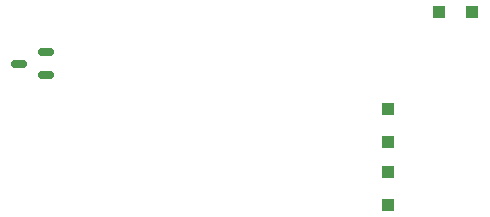
<source format=gtp>
%TF.GenerationSoftware,KiCad,Pcbnew,9.0.1+1*%
%TF.CreationDate,2025-12-31T20:00:15+00:00*%
%TF.ProjectId,WALKIN_PIR_IF,57414c4b-494e-45f5-9049-525f49462e6b,A*%
%TF.SameCoordinates,Original*%
%TF.FileFunction,Paste,Top*%
%TF.FilePolarity,Positive*%
%FSLAX46Y46*%
G04 Gerber Fmt 4.6, Leading zero omitted, Abs format (unit mm)*
G04 Created by KiCad (PCBNEW 9.0.1+1) date 2025-12-31 20:00:15*
%MOMM*%
%LPD*%
G01*
G04 APERTURE LIST*
G04 Aperture macros list*
%AMRoundRect*
0 Rectangle with rounded corners*
0 $1 Rounding radius*
0 $2 $3 $4 $5 $6 $7 $8 $9 X,Y pos of 4 corners*
0 Add a 4 corners polygon primitive as box body*
4,1,4,$2,$3,$4,$5,$6,$7,$8,$9,$2,$3,0*
0 Add four circle primitives for the rounded corners*
1,1,$1+$1,$2,$3*
1,1,$1+$1,$4,$5*
1,1,$1+$1,$6,$7*
1,1,$1+$1,$8,$9*
0 Add four rect primitives between the rounded corners*
20,1,$1+$1,$2,$3,$4,$5,0*
20,1,$1+$1,$4,$5,$6,$7,0*
20,1,$1+$1,$6,$7,$8,$9,0*
20,1,$1+$1,$8,$9,$2,$3,0*%
G04 Aperture macros list end*
%ADD10RoundRect,0.150000X0.512500X0.150000X-0.512500X0.150000X-0.512500X-0.150000X0.512500X-0.150000X0*%
%ADD11RoundRect,0.250000X0.300000X-0.300000X0.300000X0.300000X-0.300000X0.300000X-0.300000X-0.300000X0*%
%ADD12RoundRect,0.250000X0.300000X0.300000X-0.300000X0.300000X-0.300000X-0.300000X0.300000X-0.300000X0*%
G04 APERTURE END LIST*
D10*
%TO.C,Q1*%
X137870000Y-99581101D03*
X137870000Y-97681101D03*
X135595000Y-98631101D03*
%TD*%
D11*
%TO.C,D3*%
X166790000Y-110631101D03*
X166790000Y-107831101D03*
%TD*%
%TO.C,D1*%
X166790000Y-105294851D03*
X166790000Y-102494851D03*
%TD*%
D12*
%TO.C,D2*%
X173877500Y-94241101D03*
X171077500Y-94241101D03*
%TD*%
M02*

</source>
